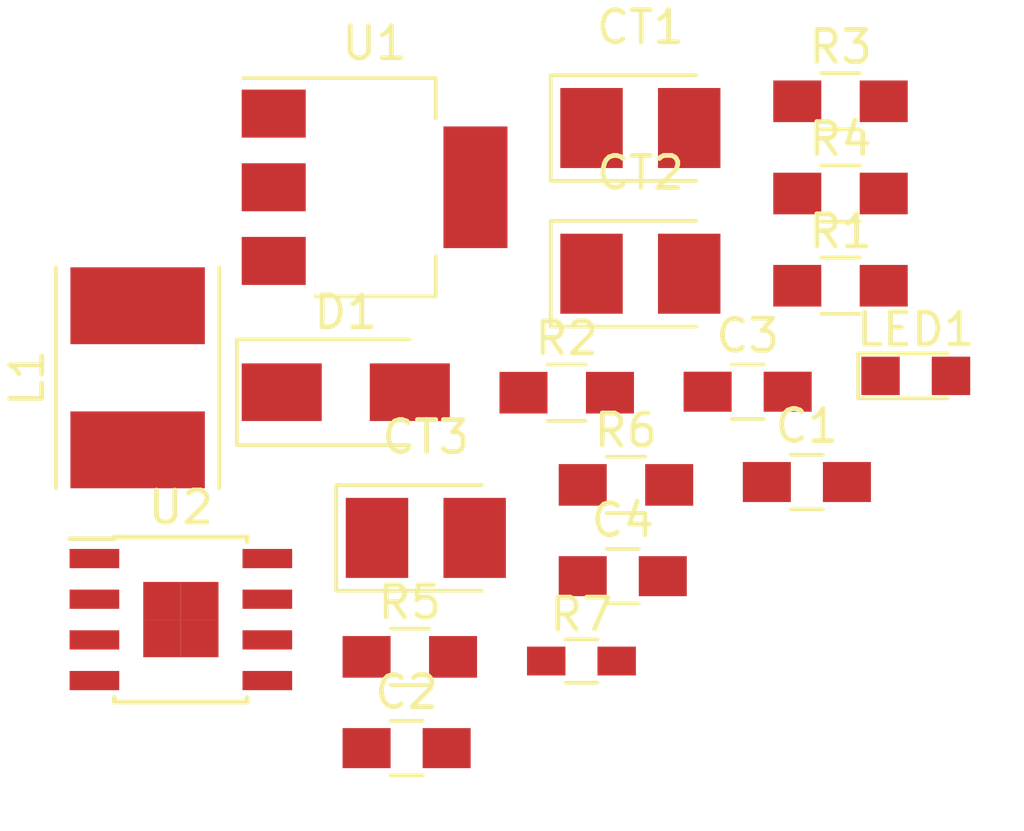
<source format=kicad_pcb>
(kicad_pcb (version 20171130) (host pcbnew 5.1.4-e60b266~84~ubuntu16.04.1)

  (general
    (thickness 1.6)
    (drawings 0)
    (tracks 0)
    (zones 0)
    (modules 19)
    (nets 13)
  )

  (page A4)
  (layers
    (0 F.Cu signal)
    (31 B.Cu signal)
    (32 B.Adhes user)
    (33 F.Adhes user)
    (34 B.Paste user)
    (35 F.Paste user)
    (36 B.SilkS user)
    (37 F.SilkS user)
    (38 B.Mask user)
    (39 F.Mask user)
    (40 Dwgs.User user)
    (41 Cmts.User user)
    (42 Eco1.User user)
    (43 Eco2.User user)
    (44 Edge.Cuts user)
    (45 Margin user)
    (46 B.CrtYd user)
    (47 F.CrtYd user)
    (48 B.Fab user)
    (49 F.Fab user)
  )

  (setup
    (last_trace_width 0.25)
    (trace_clearance 0.2)
    (zone_clearance 0.508)
    (zone_45_only no)
    (trace_min 0.2)
    (via_size 0.8)
    (via_drill 0.4)
    (via_min_size 0.4)
    (via_min_drill 0.3)
    (uvia_size 0.3)
    (uvia_drill 0.1)
    (uvias_allowed no)
    (uvia_min_size 0.2)
    (uvia_min_drill 0.1)
    (edge_width 0.05)
    (segment_width 0.2)
    (pcb_text_width 0.3)
    (pcb_text_size 1.5 1.5)
    (mod_edge_width 0.12)
    (mod_text_size 1 1)
    (mod_text_width 0.15)
    (pad_size 1.524 1.524)
    (pad_drill 0.762)
    (pad_to_mask_clearance 0.051)
    (solder_mask_min_width 0.25)
    (aux_axis_origin 0 0)
    (visible_elements FFFFFF7F)
    (pcbplotparams
      (layerselection 0x010fc_ffffffff)
      (usegerberextensions false)
      (usegerberattributes false)
      (usegerberadvancedattributes false)
      (creategerberjobfile false)
      (excludeedgelayer true)
      (linewidth 0.100000)
      (plotframeref false)
      (viasonmask false)
      (mode 1)
      (useauxorigin false)
      (hpglpennumber 1)
      (hpglpenspeed 20)
      (hpglpendiameter 15.000000)
      (psnegative false)
      (psa4output false)
      (plotreference true)
      (plotvalue true)
      (plotinvisibletext false)
      (padsonsilk false)
      (subtractmaskfromsilk false)
      (outputformat 1)
      (mirror false)
      (drillshape 1)
      (scaleselection 1)
      (outputdirectory ""))
  )

  (net 0 "")
  (net 1 5v)
  (net 2 GND)
  (net 3 3v3)
  (net 4 "Net-(C3-Pad2)")
  (net 5 "Net-(C3-Pad1)")
  (net 6 "Net-(C4-Pad2)")
  (net 7 "Net-(C4-Pad1)")
  (net 8 12v)
  (net 9 "Net-(LED1-Pad2)")
  (net 10 "Net-(R1-Pad1)")
  (net 11 "Net-(R3-Pad2)")
  (net 12 "Net-(R6-Pad2)")

  (net_class Default "This is the default net class."
    (clearance 0.2)
    (trace_width 0.25)
    (via_dia 0.8)
    (via_drill 0.4)
    (uvia_dia 0.3)
    (uvia_drill 0.1)
    (add_net 12v)
    (add_net 3v3)
    (add_net 5v)
    (add_net GND)
    (add_net "Net-(C3-Pad1)")
    (add_net "Net-(C3-Pad2)")
    (add_net "Net-(C4-Pad1)")
    (add_net "Net-(C4-Pad2)")
    (add_net "Net-(LED1-Pad2)")
    (add_net "Net-(R1-Pad1)")
    (add_net "Net-(R3-Pad2)")
    (add_net "Net-(R6-Pad2)")
  )

  (module ph_kicad_lib:C_0805_HandSoldering (layer F.Cu) (tedit 5DC4ED03) (tstamp 5F0F4926)
    (at 158.875001 76.980001)
    (descr "Capacitor SMD 0805, hand soldering")
    (tags "capacitor 0805")
    (path /5F27E73B)
    (attr smd)
    (fp_text reference C1 (at 0 -1.75) (layer F.SilkS)
      (effects (font (size 1 1) (thickness 0.15)))
    )
    (fp_text value 104 (at 0 1.75) (layer F.Fab)
      (effects (font (size 1 1) (thickness 0.15)))
    )
    (fp_text user %R (at 0 -1.75) (layer F.Fab)
      (effects (font (size 1 1) (thickness 0.15)))
    )
    (fp_line (start -1 0.62) (end -1 -0.62) (layer F.Fab) (width 0.1))
    (fp_line (start 1 0.62) (end -1 0.62) (layer F.Fab) (width 0.1))
    (fp_line (start 1 -0.62) (end 1 0.62) (layer F.Fab) (width 0.1))
    (fp_line (start -1 -0.62) (end 1 -0.62) (layer F.Fab) (width 0.1))
    (fp_line (start 0.5 -0.85) (end -0.5 -0.85) (layer F.SilkS) (width 0.12))
    (fp_line (start -0.5 0.85) (end 0.5 0.85) (layer F.SilkS) (width 0.12))
    (fp_line (start -2.25 -0.88) (end 2.25 -0.88) (layer F.CrtYd) (width 0.05))
    (fp_line (start -2.25 -0.88) (end -2.25 0.87) (layer F.CrtYd) (width 0.05))
    (fp_line (start 2.25 0.87) (end 2.25 -0.88) (layer F.CrtYd) (width 0.05))
    (fp_line (start 2.25 0.87) (end -2.25 0.87) (layer F.CrtYd) (width 0.05))
    (pad 1 smd rect (at -1.25 0) (size 1.5 1.25) (layers F.Cu F.Paste F.Mask)
      (net 1 5v))
    (pad 2 smd rect (at 1.25 0) (size 1.5 1.25) (layers F.Cu F.Paste F.Mask)
      (net 2 GND))
    (model ${PH_KICAD_LIB}/packages3d/CAP_0805.wrl
      (at (xyz 0 0 0))
      (scale (xyz 400 400 400))
      (rotate (xyz 0 0 0))
    )
  )

  (module ph_kicad_lib:C_0805_HandSoldering (layer F.Cu) (tedit 5DC4ED03) (tstamp 5F0F4937)
    (at 146.375001 85.290001)
    (descr "Capacitor SMD 0805, hand soldering")
    (tags "capacitor 0805")
    (path /5DD06D5F)
    (attr smd)
    (fp_text reference C2 (at 0 -1.75) (layer F.SilkS)
      (effects (font (size 1 1) (thickness 0.15)))
    )
    (fp_text value 104 (at 0 1.75) (layer F.Fab)
      (effects (font (size 1 1) (thickness 0.15)))
    )
    (fp_text user %R (at 0 -1.75) (layer F.Fab)
      (effects (font (size 1 1) (thickness 0.15)))
    )
    (fp_line (start -1 0.62) (end -1 -0.62) (layer F.Fab) (width 0.1))
    (fp_line (start 1 0.62) (end -1 0.62) (layer F.Fab) (width 0.1))
    (fp_line (start 1 -0.62) (end 1 0.62) (layer F.Fab) (width 0.1))
    (fp_line (start -1 -0.62) (end 1 -0.62) (layer F.Fab) (width 0.1))
    (fp_line (start 0.5 -0.85) (end -0.5 -0.85) (layer F.SilkS) (width 0.12))
    (fp_line (start -0.5 0.85) (end 0.5 0.85) (layer F.SilkS) (width 0.12))
    (fp_line (start -2.25 -0.88) (end 2.25 -0.88) (layer F.CrtYd) (width 0.05))
    (fp_line (start -2.25 -0.88) (end -2.25 0.87) (layer F.CrtYd) (width 0.05))
    (fp_line (start 2.25 0.87) (end 2.25 -0.88) (layer F.CrtYd) (width 0.05))
    (fp_line (start 2.25 0.87) (end -2.25 0.87) (layer F.CrtYd) (width 0.05))
    (pad 1 smd rect (at -1.25 0) (size 1.5 1.25) (layers F.Cu F.Paste F.Mask)
      (net 3 3v3))
    (pad 2 smd rect (at 1.25 0) (size 1.5 1.25) (layers F.Cu F.Paste F.Mask)
      (net 2 GND))
    (model ${PH_KICAD_LIB}/packages3d/CAP_0805.wrl
      (at (xyz 0 0 0))
      (scale (xyz 400 400 400))
      (rotate (xyz 0 0 0))
    )
  )

  (module ph_kicad_lib:C_0805_HandSoldering (layer F.Cu) (tedit 5DC4ED03) (tstamp 5F0F4948)
    (at 157.025001 74.160001)
    (descr "Capacitor SMD 0805, hand soldering")
    (tags "capacitor 0805")
    (path /5F1DC5F1)
    (attr smd)
    (fp_text reference C3 (at 0 -1.75) (layer F.SilkS)
      (effects (font (size 1 1) (thickness 0.15)))
    )
    (fp_text value 104 (at 0 1.75) (layer F.Fab)
      (effects (font (size 1 1) (thickness 0.15)))
    )
    (fp_line (start 2.25 0.87) (end -2.25 0.87) (layer F.CrtYd) (width 0.05))
    (fp_line (start 2.25 0.87) (end 2.25 -0.88) (layer F.CrtYd) (width 0.05))
    (fp_line (start -2.25 -0.88) (end -2.25 0.87) (layer F.CrtYd) (width 0.05))
    (fp_line (start -2.25 -0.88) (end 2.25 -0.88) (layer F.CrtYd) (width 0.05))
    (fp_line (start -0.5 0.85) (end 0.5 0.85) (layer F.SilkS) (width 0.12))
    (fp_line (start 0.5 -0.85) (end -0.5 -0.85) (layer F.SilkS) (width 0.12))
    (fp_line (start -1 -0.62) (end 1 -0.62) (layer F.Fab) (width 0.1))
    (fp_line (start 1 -0.62) (end 1 0.62) (layer F.Fab) (width 0.1))
    (fp_line (start 1 0.62) (end -1 0.62) (layer F.Fab) (width 0.1))
    (fp_line (start -1 0.62) (end -1 -0.62) (layer F.Fab) (width 0.1))
    (fp_text user %R (at 0 -1.75) (layer F.Fab)
      (effects (font (size 1 1) (thickness 0.15)))
    )
    (pad 2 smd rect (at 1.25 0) (size 1.5 1.25) (layers F.Cu F.Paste F.Mask)
      (net 4 "Net-(C3-Pad2)"))
    (pad 1 smd rect (at -1.25 0) (size 1.5 1.25) (layers F.Cu F.Paste F.Mask)
      (net 5 "Net-(C3-Pad1)"))
    (model ${PH_KICAD_LIB}/packages3d/CAP_0805.wrl
      (at (xyz 0 0 0))
      (scale (xyz 400 400 400))
      (rotate (xyz 0 0 0))
    )
  )

  (module ph_kicad_lib:C_0805_HandSoldering (layer F.Cu) (tedit 5DC4ED03) (tstamp 5F0F4959)
    (at 153.125001 79.920001)
    (descr "Capacitor SMD 0805, hand soldering")
    (tags "capacitor 0805")
    (path /5FEB9961)
    (attr smd)
    (fp_text reference C4 (at 0 -1.75) (layer F.SilkS)
      (effects (font (size 1 1) (thickness 0.15)))
    )
    (fp_text value 150pF (at 0 1.75) (layer F.Fab)
      (effects (font (size 1 1) (thickness 0.15)))
    )
    (fp_line (start 2.25 0.87) (end -2.25 0.87) (layer F.CrtYd) (width 0.05))
    (fp_line (start 2.25 0.87) (end 2.25 -0.88) (layer F.CrtYd) (width 0.05))
    (fp_line (start -2.25 -0.88) (end -2.25 0.87) (layer F.CrtYd) (width 0.05))
    (fp_line (start -2.25 -0.88) (end 2.25 -0.88) (layer F.CrtYd) (width 0.05))
    (fp_line (start -0.5 0.85) (end 0.5 0.85) (layer F.SilkS) (width 0.12))
    (fp_line (start 0.5 -0.85) (end -0.5 -0.85) (layer F.SilkS) (width 0.12))
    (fp_line (start -1 -0.62) (end 1 -0.62) (layer F.Fab) (width 0.1))
    (fp_line (start 1 -0.62) (end 1 0.62) (layer F.Fab) (width 0.1))
    (fp_line (start 1 0.62) (end -1 0.62) (layer F.Fab) (width 0.1))
    (fp_line (start -1 0.62) (end -1 -0.62) (layer F.Fab) (width 0.1))
    (fp_text user %R (at 0 -1.75) (layer F.Fab)
      (effects (font (size 1 1) (thickness 0.15)))
    )
    (pad 2 smd rect (at 1.25 0) (size 1.5 1.25) (layers F.Cu F.Paste F.Mask)
      (net 6 "Net-(C4-Pad2)"))
    (pad 1 smd rect (at -1.25 0) (size 1.5 1.25) (layers F.Cu F.Paste F.Mask)
      (net 7 "Net-(C4-Pad1)"))
    (model ${PH_KICAD_LIB}/packages3d/CAP_0805.wrl
      (at (xyz 0 0 0))
      (scale (xyz 400 400 400))
      (rotate (xyz 0 0 0))
    )
  )

  (module ph_kicad_lib:CP_Tantalum_Case-B_EIA-3528-21_Reflow (layer F.Cu) (tedit 5DCA6AD9) (tstamp 5F0F496D)
    (at 153.675001 65.925001)
    (descr "Tantalum capacitor, Case B, EIA 3528-21, 3.5x2.8x1.9mm, Reflow soldering footprint")
    (tags "capacitor tantalum smd")
    (path /5F640F77)
    (attr smd)
    (fp_text reference CT1 (at 0 -3.15) (layer F.SilkS)
      (effects (font (size 1 1) (thickness 0.15)))
    )
    (fp_text value 10uF (at 0 3.15) (layer F.Fab)
      (effects (font (size 1 1) (thickness 0.15)))
    )
    (fp_text user %R (at 0 0) (layer F.Fab)
      (effects (font (size 0.8 0.8) (thickness 0.12)))
    )
    (fp_line (start -2.85 -1.75) (end -2.85 1.75) (layer F.CrtYd) (width 0.05))
    (fp_line (start -2.85 1.75) (end 2.85 1.75) (layer F.CrtYd) (width 0.05))
    (fp_line (start 2.85 1.75) (end 2.85 -1.75) (layer F.CrtYd) (width 0.05))
    (fp_line (start 2.85 -1.75) (end -2.85 -1.75) (layer F.CrtYd) (width 0.05))
    (fp_line (start -1.75 -1.4) (end -1.75 1.4) (layer F.Fab) (width 0.1))
    (fp_line (start -1.75 1.4) (end 1.75 1.4) (layer F.Fab) (width 0.1))
    (fp_line (start 1.75 1.4) (end 1.75 -1.4) (layer F.Fab) (width 0.1))
    (fp_line (start 1.75 -1.4) (end -1.75 -1.4) (layer F.Fab) (width 0.1))
    (fp_line (start -1.4 -1.4) (end -1.4 1.4) (layer F.Fab) (width 0.1))
    (fp_line (start -1.225 -1.4) (end -1.225 1.4) (layer F.Fab) (width 0.1))
    (fp_line (start -2.8 -1.65) (end 1.75 -1.65) (layer F.SilkS) (width 0.12))
    (fp_line (start -2.8 1.65) (end 1.75 1.65) (layer F.SilkS) (width 0.12))
    (fp_line (start -2.8 -1.65) (end -2.8 1.65) (layer F.SilkS) (width 0.12))
    (pad 1 smd rect (at -1.525 0) (size 1.95 2.5) (layers F.Cu F.Paste F.Mask)
      (net 8 12v))
    (pad 2 smd rect (at 1.525 0) (size 1.95 2.5) (layers F.Cu F.Paste F.Mask)
      (net 2 GND))
    (model ${PH_KICAD_LIB}/packages3d/CAP_TANT_C3528_12.wrl
      (at (xyz 0 0 0))
      (scale (xyz 400 400 400))
      (rotate (xyz 0 0 0))
    )
  )

  (module ph_kicad_lib:CP_Tantalum_Case-B_EIA-3528-21_Reflow (layer F.Cu) (tedit 5DCA6AD9) (tstamp 5F0F4981)
    (at 153.675001 70.475001)
    (descr "Tantalum capacitor, Case B, EIA 3528-21, 3.5x2.8x1.9mm, Reflow soldering footprint")
    (tags "capacitor tantalum smd")
    (path /5DCE95CE)
    (attr smd)
    (fp_text reference CT2 (at 0 -3.15) (layer F.SilkS)
      (effects (font (size 1 1) (thickness 0.15)))
    )
    (fp_text value 10uF (at 0 3.15) (layer F.Fab)
      (effects (font (size 1 1) (thickness 0.15)))
    )
    (fp_text user %R (at 0 0) (layer F.Fab)
      (effects (font (size 0.8 0.8) (thickness 0.12)))
    )
    (fp_line (start -2.85 -1.75) (end -2.85 1.75) (layer F.CrtYd) (width 0.05))
    (fp_line (start -2.85 1.75) (end 2.85 1.75) (layer F.CrtYd) (width 0.05))
    (fp_line (start 2.85 1.75) (end 2.85 -1.75) (layer F.CrtYd) (width 0.05))
    (fp_line (start 2.85 -1.75) (end -2.85 -1.75) (layer F.CrtYd) (width 0.05))
    (fp_line (start -1.75 -1.4) (end -1.75 1.4) (layer F.Fab) (width 0.1))
    (fp_line (start -1.75 1.4) (end 1.75 1.4) (layer F.Fab) (width 0.1))
    (fp_line (start 1.75 1.4) (end 1.75 -1.4) (layer F.Fab) (width 0.1))
    (fp_line (start 1.75 -1.4) (end -1.75 -1.4) (layer F.Fab) (width 0.1))
    (fp_line (start -1.4 -1.4) (end -1.4 1.4) (layer F.Fab) (width 0.1))
    (fp_line (start -1.225 -1.4) (end -1.225 1.4) (layer F.Fab) (width 0.1))
    (fp_line (start -2.8 -1.65) (end 1.75 -1.65) (layer F.SilkS) (width 0.12))
    (fp_line (start -2.8 1.65) (end 1.75 1.65) (layer F.SilkS) (width 0.12))
    (fp_line (start -2.8 -1.65) (end -2.8 1.65) (layer F.SilkS) (width 0.12))
    (pad 1 smd rect (at -1.525 0) (size 1.95 2.5) (layers F.Cu F.Paste F.Mask)
      (net 3 3v3))
    (pad 2 smd rect (at 1.525 0) (size 1.95 2.5) (layers F.Cu F.Paste F.Mask)
      (net 2 GND))
    (model ${PH_KICAD_LIB}/packages3d/CAP_TANT_C3528_12.wrl
      (at (xyz 0 0 0))
      (scale (xyz 400 400 400))
      (rotate (xyz 0 0 0))
    )
  )

  (module ph_kicad_lib:CP_Tantalum_Case-B_EIA-3528-21_Reflow (layer F.Cu) (tedit 5DCA6AD9) (tstamp 5F0F4995)
    (at 146.975001 78.725001)
    (descr "Tantalum capacitor, Case B, EIA 3528-21, 3.5x2.8x1.9mm, Reflow soldering footprint")
    (tags "capacitor tantalum smd")
    (path /5FA8B7CB)
    (attr smd)
    (fp_text reference CT3 (at 0 -3.15) (layer F.SilkS)
      (effects (font (size 1 1) (thickness 0.15)))
    )
    (fp_text value 22uF (at 0 3.15) (layer F.Fab)
      (effects (font (size 1 1) (thickness 0.15)))
    )
    (fp_line (start -2.8 -1.65) (end -2.8 1.65) (layer F.SilkS) (width 0.12))
    (fp_line (start -2.8 1.65) (end 1.75 1.65) (layer F.SilkS) (width 0.12))
    (fp_line (start -2.8 -1.65) (end 1.75 -1.65) (layer F.SilkS) (width 0.12))
    (fp_line (start -1.225 -1.4) (end -1.225 1.4) (layer F.Fab) (width 0.1))
    (fp_line (start -1.4 -1.4) (end -1.4 1.4) (layer F.Fab) (width 0.1))
    (fp_line (start 1.75 -1.4) (end -1.75 -1.4) (layer F.Fab) (width 0.1))
    (fp_line (start 1.75 1.4) (end 1.75 -1.4) (layer F.Fab) (width 0.1))
    (fp_line (start -1.75 1.4) (end 1.75 1.4) (layer F.Fab) (width 0.1))
    (fp_line (start -1.75 -1.4) (end -1.75 1.4) (layer F.Fab) (width 0.1))
    (fp_line (start 2.85 -1.75) (end -2.85 -1.75) (layer F.CrtYd) (width 0.05))
    (fp_line (start 2.85 1.75) (end 2.85 -1.75) (layer F.CrtYd) (width 0.05))
    (fp_line (start -2.85 1.75) (end 2.85 1.75) (layer F.CrtYd) (width 0.05))
    (fp_line (start -2.85 -1.75) (end -2.85 1.75) (layer F.CrtYd) (width 0.05))
    (fp_text user %R (at 0 0) (layer F.Fab)
      (effects (font (size 0.8 0.8) (thickness 0.12)))
    )
    (pad 2 smd rect (at 1.525 0) (size 1.95 2.5) (layers F.Cu F.Paste F.Mask)
      (net 2 GND))
    (pad 1 smd rect (at -1.525 0) (size 1.95 2.5) (layers F.Cu F.Paste F.Mask)
      (net 1 5v))
    (model ${PH_KICAD_LIB}/packages3d/CAP_TANT_C3528_12.wrl
      (at (xyz 0 0 0))
      (scale (xyz 400 400 400))
      (rotate (xyz 0 0 0))
    )
  )

  (module ph_kicad_lib:D_SMA (layer F.Cu) (tedit 5DC4F3DD) (tstamp 5F0F49AD)
    (at 144.475001 74.175001)
    (descr "Diode SMA (DO-214AC)")
    (tags "Diode SMA (DO-214AC)")
    (path /5F282366)
    (attr smd)
    (fp_text reference D1 (at 0 -2.5) (layer F.SilkS)
      (effects (font (size 1 1) (thickness 0.15)))
    )
    (fp_text value SS3x_SMA (at 0 2.6) (layer F.Fab)
      (effects (font (size 1 1) (thickness 0.15)))
    )
    (fp_text user %R (at 0 -2.5) (layer F.Fab)
      (effects (font (size 1 1) (thickness 0.15)))
    )
    (fp_line (start -3.4 -1.65) (end -3.4 1.65) (layer F.SilkS) (width 0.12))
    (fp_line (start 2.3 1.5) (end -2.3 1.5) (layer F.Fab) (width 0.1))
    (fp_line (start -2.3 1.5) (end -2.3 -1.5) (layer F.Fab) (width 0.1))
    (fp_line (start 2.3 -1.5) (end 2.3 1.5) (layer F.Fab) (width 0.1))
    (fp_line (start 2.3 -1.5) (end -2.3 -1.5) (layer F.Fab) (width 0.1))
    (fp_line (start -3.5 -1.75) (end 3.5 -1.75) (layer F.CrtYd) (width 0.05))
    (fp_line (start 3.5 -1.75) (end 3.5 1.75) (layer F.CrtYd) (width 0.05))
    (fp_line (start 3.5 1.75) (end -3.5 1.75) (layer F.CrtYd) (width 0.05))
    (fp_line (start -3.5 1.75) (end -3.5 -1.75) (layer F.CrtYd) (width 0.05))
    (fp_line (start -0.64944 0.00102) (end -1.55114 0.00102) (layer F.Fab) (width 0.1))
    (fp_line (start 0.50118 0.00102) (end 1.4994 0.00102) (layer F.Fab) (width 0.1))
    (fp_line (start -0.64944 -0.79908) (end -0.64944 0.80112) (layer F.Fab) (width 0.1))
    (fp_line (start 0.50118 0.75032) (end 0.50118 -0.79908) (layer F.Fab) (width 0.1))
    (fp_line (start -0.64944 0.00102) (end 0.50118 0.75032) (layer F.Fab) (width 0.1))
    (fp_line (start -0.64944 0.00102) (end 0.50118 -0.79908) (layer F.Fab) (width 0.1))
    (fp_line (start -3.4 1.65) (end 2 1.65) (layer F.SilkS) (width 0.12))
    (fp_line (start -3.4 -1.65) (end 2 -1.65) (layer F.SilkS) (width 0.12))
    (pad 1 smd rect (at -2 0) (size 2.5 1.8) (layers F.Cu F.Paste F.Mask)
      (net 4 "Net-(C3-Pad2)"))
    (pad 2 smd rect (at 2 0) (size 2.5 1.8) (layers F.Cu F.Paste F.Mask)
      (net 2 GND))
    (model ${PH_KICAD_LIB}/packages3d/DIODE_SMA.wrl
      (offset (xyz 0 0 1))
      (scale (xyz 400 400 400))
      (rotate (xyz 0 0 -90))
    )
  )

  (module ph_kicad_lib:LED_0805 (layer F.Cu) (tedit 5DC4F299) (tstamp 5F0F49D9)
    (at 162.275001 73.665001)
    (descr "LED 0805 smd package")
    (tags "LED led 0805 SMD smd SMT smt smdled SMDLED smtled SMTLED")
    (path /5DD6E4F3)
    (attr smd)
    (fp_text reference LED1 (at 0 -1.45) (layer F.SilkS)
      (effects (font (size 1 1) (thickness 0.15)))
    )
    (fp_text value LED0805 (at 0 1.55) (layer F.Fab)
      (effects (font (size 1 1) (thickness 0.15)))
    )
    (fp_text user %R (at 0 -1.25) (layer F.Fab)
      (effects (font (size 0.4 0.4) (thickness 0.1)))
    )
    (fp_line (start -1.95 -0.85) (end 1.95 -0.85) (layer F.CrtYd) (width 0.05))
    (fp_line (start -1.95 0.85) (end -1.95 -0.85) (layer F.CrtYd) (width 0.05))
    (fp_line (start 1.95 0.85) (end -1.95 0.85) (layer F.CrtYd) (width 0.05))
    (fp_line (start 1.95 -0.85) (end 1.95 0.85) (layer F.CrtYd) (width 0.05))
    (fp_line (start -1.8 -0.7) (end 1 -0.7) (layer F.SilkS) (width 0.12))
    (fp_line (start -1.8 0.7) (end 1 0.7) (layer F.SilkS) (width 0.12))
    (fp_line (start -1 0.6) (end -1 -0.6) (layer F.Fab) (width 0.1))
    (fp_line (start -1 -0.6) (end 1 -0.6) (layer F.Fab) (width 0.1))
    (fp_line (start 1 -0.6) (end 1 0.6) (layer F.Fab) (width 0.1))
    (fp_line (start 1 0.6) (end -1 0.6) (layer F.Fab) (width 0.1))
    (fp_line (start 0.2 -0.4) (end 0.2 0.4) (layer F.Fab) (width 0.1))
    (fp_line (start 0.2 0.4) (end -0.4 0) (layer F.Fab) (width 0.1))
    (fp_line (start -0.4 0) (end 0.2 -0.4) (layer F.Fab) (width 0.1))
    (fp_line (start -0.4 -0.4) (end -0.4 0.4) (layer F.Fab) (width 0.1))
    (fp_line (start -1.8 -0.7) (end -1.8 0.7) (layer F.SilkS) (width 0.12))
    (pad 1 smd rect (at -1.1 0 180) (size 1.2 1.2) (layers F.Cu F.Paste F.Mask)
      (net 2 GND))
    (pad 2 smd rect (at 1.1 0 180) (size 1.2 1.2) (layers F.Cu F.Paste F.Mask)
      (net 9 "Net-(LED1-Pad2)"))
    (model ${PH_KICAD_LIB}/packages3d/LED_0805.wrl
      (at (xyz 0 0 0))
      (scale (xyz 400 400 400))
      (rotate (xyz -90 0 180))
    )
  )

  (module ph_kicad_lib:R_0805_HandSoldering (layer F.Cu) (tedit 5DC4EB3F) (tstamp 5F0F49EA)
    (at 159.925001 70.850001)
    (descr "Resistor SMD 0805, hand soldering")
    (tags "resistor 0805")
    (path /5F351539)
    (attr smd)
    (fp_text reference R1 (at 0 -1.7) (layer F.SilkS)
      (effects (font (size 1 1) (thickness 0.15)))
    )
    (fp_text value 100K (at 0 1.75) (layer F.Fab)
      (effects (font (size 1 1) (thickness 0.15)))
    )
    (fp_line (start 2.35 0.9) (end -2.35 0.9) (layer F.CrtYd) (width 0.05))
    (fp_line (start 2.35 0.9) (end 2.35 -0.9) (layer F.CrtYd) (width 0.05))
    (fp_line (start -2.35 -0.9) (end -2.35 0.9) (layer F.CrtYd) (width 0.05))
    (fp_line (start -2.35 -0.9) (end 2.35 -0.9) (layer F.CrtYd) (width 0.05))
    (fp_line (start -0.6 -0.88) (end 0.6 -0.88) (layer F.SilkS) (width 0.12))
    (fp_line (start 0.6 0.88) (end -0.6 0.88) (layer F.SilkS) (width 0.12))
    (fp_line (start -1 -0.62) (end 1 -0.62) (layer F.Fab) (width 0.1))
    (fp_line (start 1 -0.62) (end 1 0.62) (layer F.Fab) (width 0.1))
    (fp_line (start 1 0.62) (end -1 0.62) (layer F.Fab) (width 0.1))
    (fp_line (start -1 0.62) (end -1 -0.62) (layer F.Fab) (width 0.1))
    (fp_text user %R (at 0 0) (layer F.Fab)
      (effects (font (size 0.5 0.5) (thickness 0.075)))
    )
    (pad 2 smd rect (at 1.35 0) (size 1.5 1.3) (layers F.Cu F.Paste F.Mask)
      (net 8 12v))
    (pad 1 smd rect (at -1.35 0) (size 1.5 1.3) (layers F.Cu F.Paste F.Mask)
      (net 10 "Net-(R1-Pad1)"))
    (model ${PH_KICAD_LIB}/packages3d/RES_0805.wrl
      (at (xyz 0 0 0))
      (scale (xyz 400 400 400))
      (rotate (xyz 0 0 0))
    )
  )

  (module ph_kicad_lib:R_0805_HandSoldering (layer F.Cu) (tedit 5DC4EB3F) (tstamp 5F0F49FB)
    (at 151.375001 74.190001)
    (descr "Resistor SMD 0805, hand soldering")
    (tags "resistor 0805")
    (path /5F6DC7AA)
    (attr smd)
    (fp_text reference R2 (at 0 -1.7) (layer F.SilkS)
      (effects (font (size 1 1) (thickness 0.15)))
    )
    (fp_text value 24.9K (at 0 1.75) (layer F.Fab)
      (effects (font (size 1 1) (thickness 0.15)))
    )
    (fp_line (start 2.35 0.9) (end -2.35 0.9) (layer F.CrtYd) (width 0.05))
    (fp_line (start 2.35 0.9) (end 2.35 -0.9) (layer F.CrtYd) (width 0.05))
    (fp_line (start -2.35 -0.9) (end -2.35 0.9) (layer F.CrtYd) (width 0.05))
    (fp_line (start -2.35 -0.9) (end 2.35 -0.9) (layer F.CrtYd) (width 0.05))
    (fp_line (start -0.6 -0.88) (end 0.6 -0.88) (layer F.SilkS) (width 0.12))
    (fp_line (start 0.6 0.88) (end -0.6 0.88) (layer F.SilkS) (width 0.12))
    (fp_line (start -1 -0.62) (end 1 -0.62) (layer F.Fab) (width 0.1))
    (fp_line (start 1 -0.62) (end 1 0.62) (layer F.Fab) (width 0.1))
    (fp_line (start 1 0.62) (end -1 0.62) (layer F.Fab) (width 0.1))
    (fp_line (start -1 0.62) (end -1 -0.62) (layer F.Fab) (width 0.1))
    (fp_text user %R (at 0 0) (layer F.Fab)
      (effects (font (size 0.5 0.5) (thickness 0.075)))
    )
    (pad 2 smd rect (at 1.35 0) (size 1.5 1.3) (layers F.Cu F.Paste F.Mask)
      (net 10 "Net-(R1-Pad1)"))
    (pad 1 smd rect (at -1.35 0) (size 1.5 1.3) (layers F.Cu F.Paste F.Mask)
      (net 2 GND))
    (model ${PH_KICAD_LIB}/packages3d/RES_0805.wrl
      (at (xyz 0 0 0))
      (scale (xyz 400 400 400))
      (rotate (xyz 0 0 0))
    )
  )

  (module ph_kicad_lib:R_0805_HandSoldering (layer F.Cu) (tedit 5DC4EB3F) (tstamp 5F0F4A0C)
    (at 159.925001 65.090001)
    (descr "Resistor SMD 0805, hand soldering")
    (tags "resistor 0805")
    (path /5F7C3B52)
    (attr smd)
    (fp_text reference R3 (at 0 -1.7) (layer F.SilkS)
      (effects (font (size 1 1) (thickness 0.15)))
    )
    (fp_text value 62K (at 0 1.75) (layer F.Fab)
      (effects (font (size 1 1) (thickness 0.15)))
    )
    (fp_text user %R (at 0 0) (layer F.Fab)
      (effects (font (size 0.5 0.5) (thickness 0.075)))
    )
    (fp_line (start -1 0.62) (end -1 -0.62) (layer F.Fab) (width 0.1))
    (fp_line (start 1 0.62) (end -1 0.62) (layer F.Fab) (width 0.1))
    (fp_line (start 1 -0.62) (end 1 0.62) (layer F.Fab) (width 0.1))
    (fp_line (start -1 -0.62) (end 1 -0.62) (layer F.Fab) (width 0.1))
    (fp_line (start 0.6 0.88) (end -0.6 0.88) (layer F.SilkS) (width 0.12))
    (fp_line (start -0.6 -0.88) (end 0.6 -0.88) (layer F.SilkS) (width 0.12))
    (fp_line (start -2.35 -0.9) (end 2.35 -0.9) (layer F.CrtYd) (width 0.05))
    (fp_line (start -2.35 -0.9) (end -2.35 0.9) (layer F.CrtYd) (width 0.05))
    (fp_line (start 2.35 0.9) (end 2.35 -0.9) (layer F.CrtYd) (width 0.05))
    (fp_line (start 2.35 0.9) (end -2.35 0.9) (layer F.CrtYd) (width 0.05))
    (pad 1 smd rect (at -1.35 0) (size 1.5 1.3) (layers F.Cu F.Paste F.Mask)
      (net 2 GND))
    (pad 2 smd rect (at 1.35 0) (size 1.5 1.3) (layers F.Cu F.Paste F.Mask)
      (net 11 "Net-(R3-Pad2)"))
    (model ${PH_KICAD_LIB}/packages3d/RES_0805.wrl
      (at (xyz 0 0 0))
      (scale (xyz 400 400 400))
      (rotate (xyz 0 0 0))
    )
  )

  (module ph_kicad_lib:R_0805_HandSoldering (layer F.Cu) (tedit 5DC4EB3F) (tstamp 5F0F4A1D)
    (at 159.925001 67.970001)
    (descr "Resistor SMD 0805, hand soldering")
    (tags "resistor 0805")
    (path /5FF0E5EA)
    (attr smd)
    (fp_text reference R4 (at 0 -1.7) (layer F.SilkS)
      (effects (font (size 1 1) (thickness 0.15)))
    )
    (fp_text value 100K (at 0 1.75) (layer F.Fab)
      (effects (font (size 1 1) (thickness 0.15)))
    )
    (fp_text user %R (at 0 0) (layer F.Fab)
      (effects (font (size 0.5 0.5) (thickness 0.075)))
    )
    (fp_line (start -1 0.62) (end -1 -0.62) (layer F.Fab) (width 0.1))
    (fp_line (start 1 0.62) (end -1 0.62) (layer F.Fab) (width 0.1))
    (fp_line (start 1 -0.62) (end 1 0.62) (layer F.Fab) (width 0.1))
    (fp_line (start -1 -0.62) (end 1 -0.62) (layer F.Fab) (width 0.1))
    (fp_line (start 0.6 0.88) (end -0.6 0.88) (layer F.SilkS) (width 0.12))
    (fp_line (start -0.6 -0.88) (end 0.6 -0.88) (layer F.SilkS) (width 0.12))
    (fp_line (start -2.35 -0.9) (end 2.35 -0.9) (layer F.CrtYd) (width 0.05))
    (fp_line (start -2.35 -0.9) (end -2.35 0.9) (layer F.CrtYd) (width 0.05))
    (fp_line (start 2.35 0.9) (end 2.35 -0.9) (layer F.CrtYd) (width 0.05))
    (fp_line (start 2.35 0.9) (end -2.35 0.9) (layer F.CrtYd) (width 0.05))
    (pad 1 smd rect (at -1.35 0) (size 1.5 1.3) (layers F.Cu F.Paste F.Mask)
      (net 6 "Net-(C4-Pad2)"))
    (pad 2 smd rect (at 1.35 0) (size 1.5 1.3) (layers F.Cu F.Paste F.Mask)
      (net 2 GND))
    (model ${PH_KICAD_LIB}/packages3d/RES_0805.wrl
      (at (xyz 0 0 0))
      (scale (xyz 400 400 400))
      (rotate (xyz 0 0 0))
    )
  )

  (module ph_kicad_lib:R_0805_HandSoldering (layer F.Cu) (tedit 5DC4EB3F) (tstamp 5F0F4A2E)
    (at 146.475001 82.440001)
    (descr "Resistor SMD 0805, hand soldering")
    (tags "resistor 0805")
    (path /5DD70488)
    (attr smd)
    (fp_text reference R5 (at 0 -1.7) (layer F.SilkS)
      (effects (font (size 1 1) (thickness 0.15)))
    )
    (fp_text value 1K (at 0 1.75) (layer F.Fab)
      (effects (font (size 1 1) (thickness 0.15)))
    )
    (fp_text user %R (at 0 0) (layer F.Fab)
      (effects (font (size 0.5 0.5) (thickness 0.075)))
    )
    (fp_line (start -1 0.62) (end -1 -0.62) (layer F.Fab) (width 0.1))
    (fp_line (start 1 0.62) (end -1 0.62) (layer F.Fab) (width 0.1))
    (fp_line (start 1 -0.62) (end 1 0.62) (layer F.Fab) (width 0.1))
    (fp_line (start -1 -0.62) (end 1 -0.62) (layer F.Fab) (width 0.1))
    (fp_line (start 0.6 0.88) (end -0.6 0.88) (layer F.SilkS) (width 0.12))
    (fp_line (start -0.6 -0.88) (end 0.6 -0.88) (layer F.SilkS) (width 0.12))
    (fp_line (start -2.35 -0.9) (end 2.35 -0.9) (layer F.CrtYd) (width 0.05))
    (fp_line (start -2.35 -0.9) (end -2.35 0.9) (layer F.CrtYd) (width 0.05))
    (fp_line (start 2.35 0.9) (end 2.35 -0.9) (layer F.CrtYd) (width 0.05))
    (fp_line (start 2.35 0.9) (end -2.35 0.9) (layer F.CrtYd) (width 0.05))
    (pad 1 smd rect (at -1.35 0) (size 1.5 1.3) (layers F.Cu F.Paste F.Mask)
      (net 3 3v3))
    (pad 2 smd rect (at 1.35 0) (size 1.5 1.3) (layers F.Cu F.Paste F.Mask)
      (net 9 "Net-(LED1-Pad2)"))
    (model ${PH_KICAD_LIB}/packages3d/RES_0805.wrl
      (at (xyz 0 0 0))
      (scale (xyz 400 400 400))
      (rotate (xyz 0 0 0))
    )
  )

  (module ph_kicad_lib:R_0805_HandSoldering (layer F.Cu) (tedit 5DC4EB3F) (tstamp 5F0F4A3F)
    (at 153.225001 77.070001)
    (descr "Resistor SMD 0805, hand soldering")
    (tags "resistor 0805")
    (path /5FC22470)
    (attr smd)
    (fp_text reference R6 (at 0 -1.7) (layer F.SilkS)
      (effects (font (size 1 1) (thickness 0.15)))
    )
    (fp_text value 210K (at 0 1.75) (layer F.Fab)
      (effects (font (size 1 1) (thickness 0.15)))
    )
    (fp_line (start 2.35 0.9) (end -2.35 0.9) (layer F.CrtYd) (width 0.05))
    (fp_line (start 2.35 0.9) (end 2.35 -0.9) (layer F.CrtYd) (width 0.05))
    (fp_line (start -2.35 -0.9) (end -2.35 0.9) (layer F.CrtYd) (width 0.05))
    (fp_line (start -2.35 -0.9) (end 2.35 -0.9) (layer F.CrtYd) (width 0.05))
    (fp_line (start -0.6 -0.88) (end 0.6 -0.88) (layer F.SilkS) (width 0.12))
    (fp_line (start 0.6 0.88) (end -0.6 0.88) (layer F.SilkS) (width 0.12))
    (fp_line (start -1 -0.62) (end 1 -0.62) (layer F.Fab) (width 0.1))
    (fp_line (start 1 -0.62) (end 1 0.62) (layer F.Fab) (width 0.1))
    (fp_line (start 1 0.62) (end -1 0.62) (layer F.Fab) (width 0.1))
    (fp_line (start -1 0.62) (end -1 -0.62) (layer F.Fab) (width 0.1))
    (fp_text user %R (at 0 0) (layer F.Fab)
      (effects (font (size 0.5 0.5) (thickness 0.075)))
    )
    (pad 2 smd rect (at 1.35 0) (size 1.5 1.3) (layers F.Cu F.Paste F.Mask)
      (net 12 "Net-(R6-Pad2)"))
    (pad 1 smd rect (at -1.35 0) (size 1.5 1.3) (layers F.Cu F.Paste F.Mask)
      (net 1 5v))
    (model ${PH_KICAD_LIB}/packages3d/RES_0805.wrl
      (at (xyz 0 0 0))
      (scale (xyz 400 400 400))
      (rotate (xyz 0 0 0))
    )
  )

  (module ph_kicad_lib:R_0603_HandSoldering (layer F.Cu) (tedit 5DC4EAA4) (tstamp 5F0F4A50)
    (at 151.835001 82.570001)
    (descr "Resistor SMD 0603, hand soldering")
    (tags "resistor 0603")
    (path /5FD6CEED)
    (attr smd)
    (fp_text reference R7 (at 0 -1.45) (layer F.SilkS)
      (effects (font (size 1 1) (thickness 0.15)))
    )
    (fp_text value 40.2K (at 0 1.55) (layer F.Fab)
      (effects (font (size 1 1) (thickness 0.15)))
    )
    (fp_line (start 1.95 0.7) (end -1.96 0.7) (layer F.CrtYd) (width 0.05))
    (fp_line (start 1.95 0.7) (end 1.95 -0.7) (layer F.CrtYd) (width 0.05))
    (fp_line (start -1.96 -0.7) (end -1.96 0.7) (layer F.CrtYd) (width 0.05))
    (fp_line (start -1.96 -0.7) (end 1.95 -0.7) (layer F.CrtYd) (width 0.05))
    (fp_line (start -0.5 -0.68) (end 0.5 -0.68) (layer F.SilkS) (width 0.12))
    (fp_line (start 0.5 0.68) (end -0.5 0.68) (layer F.SilkS) (width 0.12))
    (fp_line (start -0.8 -0.4) (end 0.8 -0.4) (layer F.Fab) (width 0.1))
    (fp_line (start 0.8 -0.4) (end 0.8 0.4) (layer F.Fab) (width 0.1))
    (fp_line (start 0.8 0.4) (end -0.8 0.4) (layer F.Fab) (width 0.1))
    (fp_line (start -0.8 0.4) (end -0.8 -0.4) (layer F.Fab) (width 0.1))
    (fp_text user %R (at 0 0) (layer F.Fab)
      (effects (font (size 0.4 0.4) (thickness 0.075)))
    )
    (pad 2 smd rect (at 1.1 0) (size 1.2 0.9) (layers F.Cu F.Paste F.Mask)
      (net 2 GND))
    (pad 1 smd rect (at -1.1 0) (size 1.2 0.9) (layers F.Cu F.Paste F.Mask)
      (net 12 "Net-(R6-Pad2)"))
    (model ${PH_KICAD_LIB}/packages3d/RES_0603.wrl
      (offset (xyz 0 0.4 0))
      (scale (xyz 400 400 400))
      (rotate (xyz -90 0 0))
    )
  )

  (module ph_kicad_lib:SOT-223 (layer F.Cu) (tedit 5EB4C7E3) (tstamp 5F0F4A7F)
    (at 145.375001 67.775001)
    (descr "module CMS SOT223 4 pins")
    (tags "CMS SOT")
    (path /5DDFFBA5)
    (attr smd)
    (fp_text reference U1 (at 0 -4.5) (layer F.SilkS)
      (effects (font (size 1 1) (thickness 0.15)))
    )
    (fp_text value ASM1117-3V3 (at 0 4.5) (layer F.Fab)
      (effects (font (size 1 1) (thickness 0.15)))
    )
    (fp_line (start -1.85 -2.3) (end -0.8 -3.35) (layer F.Fab) (width 0.1))
    (fp_line (start 1.91 3.41) (end 1.91 2.15) (layer F.SilkS) (width 0.12))
    (fp_line (start 1.91 -3.41) (end 1.91 -2.15) (layer F.SilkS) (width 0.12))
    (fp_line (start 4.4 -3.6) (end -4.4 -3.6) (layer F.CrtYd) (width 0.05))
    (fp_line (start 4.4 3.6) (end 4.4 -3.6) (layer F.CrtYd) (width 0.05))
    (fp_line (start -4.4 3.6) (end 4.4 3.6) (layer F.CrtYd) (width 0.05))
    (fp_line (start -4.4 -3.6) (end -4.4 3.6) (layer F.CrtYd) (width 0.05))
    (fp_line (start -1.85 -2.3) (end -1.85 3.35) (layer F.Fab) (width 0.1))
    (fp_line (start -1.85 3.41) (end 1.91 3.41) (layer F.SilkS) (width 0.12))
    (fp_line (start -0.8 -3.35) (end 1.85 -3.35) (layer F.Fab) (width 0.1))
    (fp_line (start -4.1 -3.41) (end 1.91 -3.41) (layer F.SilkS) (width 0.12))
    (fp_line (start -1.85 3.35) (end 1.85 3.35) (layer F.Fab) (width 0.1))
    (fp_line (start 1.85 -3.35) (end 1.85 3.35) (layer F.Fab) (width 0.1))
    (pad 4 smd rect (at 3.15 0) (size 2 3.8) (layers F.Cu F.Paste F.Mask)
      (net 3 3v3))
    (pad 2 smd rect (at -3.15 0) (size 2 1.5) (layers F.Cu F.Paste F.Mask)
      (net 3 3v3))
    (pad 3 smd rect (at -3.15 2.3) (size 2 1.5) (layers F.Cu F.Paste F.Mask)
      (net 1 5v))
    (pad 1 smd rect (at -3.15 -2.3) (size 2 1.5) (layers F.Cu F.Paste F.Mask)
      (net 2 GND))
    (model ${PH_KICAD_LIB}/packages3d/SOT-223.wrl
      (offset (xyz 0 0 1))
      (scale (xyz 400 400 400))
      (rotate (xyz -90 0 -90))
    )
  )

  (module ph_kicad_lib:SOIC-8-1EP_3.9x4.9mm_Pitch1.27mm (layer F.Cu) (tedit 5DC4FDD4) (tstamp 5F0F4AA0)
    (at 139.325001 81.275001)
    (descr "8-Lead Thermally Enhanced Plastic Small Outline (SE) - Narrow, 3.90 mm Body [SOIC] (see Microchip Packaging Specification 00000049BS.pdf)")
    (tags "SOIC 1.27")
    (path /5F010186)
    (attr smd)
    (fp_text reference U2 (at 0 -3.5) (layer F.SilkS)
      (effects (font (size 1 1) (thickness 0.15)))
    )
    (fp_text value MP1584 (at 0 3.5) (layer F.Fab)
      (effects (font (size 1 1) (thickness 0.15)))
    )
    (fp_text user %R (at 0 0) (layer F.Fab)
      (effects (font (size 0.9 0.9) (thickness 0.135)))
    )
    (fp_line (start -0.95 -2.45) (end 1.95 -2.45) (layer F.Fab) (width 0.15))
    (fp_line (start 1.95 -2.45) (end 1.95 2.45) (layer F.Fab) (width 0.15))
    (fp_line (start 1.95 2.45) (end -1.95 2.45) (layer F.Fab) (width 0.15))
    (fp_line (start -1.95 2.45) (end -1.95 -1.45) (layer F.Fab) (width 0.15))
    (fp_line (start -1.95 -1.45) (end -0.95 -2.45) (layer F.Fab) (width 0.15))
    (fp_line (start -3.75 -2.75) (end -3.75 2.75) (layer F.CrtYd) (width 0.05))
    (fp_line (start 3.75 -2.75) (end 3.75 2.75) (layer F.CrtYd) (width 0.05))
    (fp_line (start -3.75 -2.75) (end 3.75 -2.75) (layer F.CrtYd) (width 0.05))
    (fp_line (start -3.75 2.75) (end 3.75 2.75) (layer F.CrtYd) (width 0.05))
    (fp_line (start -2.075 -2.575) (end -2.075 -2.525) (layer F.SilkS) (width 0.15))
    (fp_line (start 2.075 -2.575) (end 2.075 -2.43) (layer F.SilkS) (width 0.15))
    (fp_line (start 2.075 2.575) (end 2.075 2.43) (layer F.SilkS) (width 0.15))
    (fp_line (start -2.075 2.575) (end -2.075 2.43) (layer F.SilkS) (width 0.15))
    (fp_line (start -2.075 -2.575) (end 2.075 -2.575) (layer F.SilkS) (width 0.15))
    (fp_line (start -2.075 2.575) (end 2.075 2.575) (layer F.SilkS) (width 0.15))
    (fp_line (start -2.075 -2.525) (end -3.475 -2.525) (layer F.SilkS) (width 0.15))
    (pad 1 smd rect (at -2.7 -1.905) (size 1.55 0.6) (layers F.Cu F.Paste F.Mask)
      (net 4 "Net-(C3-Pad2)"))
    (pad 2 smd rect (at -2.7 -0.635) (size 1.55 0.6) (layers F.Cu F.Paste F.Mask)
      (net 10 "Net-(R1-Pad1)"))
    (pad 3 smd rect (at -2.7 0.635) (size 1.55 0.6) (layers F.Cu F.Paste F.Mask)
      (net 7 "Net-(C4-Pad1)"))
    (pad 4 smd rect (at -2.7 1.905) (size 1.55 0.6) (layers F.Cu F.Paste F.Mask)
      (net 12 "Net-(R6-Pad2)"))
    (pad 5 smd rect (at 2.7 1.905) (size 1.55 0.6) (layers F.Cu F.Paste F.Mask)
      (net 2 GND))
    (pad 6 smd rect (at 2.7 0.635) (size 1.55 0.6) (layers F.Cu F.Paste F.Mask)
      (net 11 "Net-(R3-Pad2)"))
    (pad 7 smd rect (at 2.7 -0.635) (size 1.55 0.6) (layers F.Cu F.Paste F.Mask)
      (net 8 12v))
    (pad 8 smd rect (at 2.7 -1.905) (size 1.55 0.6) (layers F.Cu F.Paste F.Mask)
      (net 5 "Net-(C3-Pad1)"))
    (pad 9 smd rect (at 0.5875 0.5875) (size 1.175 1.175) (layers F.Cu F.Paste F.Mask)
      (solder_paste_margin_ratio -0.2))
    (pad 9 smd rect (at 0.5875 -0.5875) (size 1.175 1.175) (layers F.Cu F.Paste F.Mask)
      (solder_paste_margin_ratio -0.2))
    (pad 9 smd rect (at -0.5875 0.5875) (size 1.175 1.175) (layers F.Cu F.Paste F.Mask)
      (solder_paste_margin_ratio -0.2))
    (pad 9 smd rect (at -0.5875 -0.5875) (size 1.175 1.175) (layers F.Cu F.Paste F.Mask)
      (solder_paste_margin_ratio -0.2))
    (model ${PH_KICAD_LIB}/packages3d/SOIC-8.wrl
      (at (xyz 0 0 0))
      (scale (xyz 400 400 400))
      (rotate (xyz 0 0 0))
    )
  )

  (module ph_kicad_lib:L_5D28_HandSoldering (layer F.Cu) (tedit 5DC8C888) (tstamp 5F0FBFA5)
    (at 137.975 73.725 90)
    (descr "Inductor, 5D28 SMD 5.8x5.2x3.2")
    (tags "Inductor, 5D28 SMD 5.8x5.2x3.2")
    (path /5F28B1DA)
    (attr smd)
    (fp_text reference L1 (at 0 -3.45 90) (layer F.SilkS)
      (effects (font (size 1 1) (thickness 0.15)))
    )
    (fp_text value L (at 0 3.95 90) (layer F.Fab)
      (effects (font (size 1 1) (thickness 0.15)))
    )
    (fp_text user %R (at 0 0 90) (layer F.Fab)
      (effects (font (size 1 1) (thickness 0.15)))
    )
    (fp_line (start -2.45 0) (end -2.45 -1.65) (layer F.Fab) (width 0.1))
    (fp_line (start -2.45 -1.65) (end -1.65 -2.45) (layer F.Fab) (width 0.1))
    (fp_line (start -1.65 -2.45) (end 0 -2.45) (layer F.Fab) (width 0.1))
    (fp_line (start 2.45 0) (end 2.45 -1.65) (layer F.Fab) (width 0.1))
    (fp_line (start 2.45 -1.65) (end 1.65 -2.45) (layer F.Fab) (width 0.1))
    (fp_line (start 1.65 -2.45) (end 0 -2.45) (layer F.Fab) (width 0.1))
    (fp_line (start 2.45 0) (end 2.45 1.65) (layer F.Fab) (width 0.1))
    (fp_line (start 2.45 1.65) (end 1.65 2.45) (layer F.Fab) (width 0.1))
    (fp_line (start 1.65 2.45) (end 0 2.45) (layer F.Fab) (width 0.1))
    (fp_line (start -2.45 0) (end -2.45 1.65) (layer F.Fab) (width 0.1))
    (fp_line (start -2.45 1.65) (end -1.65 2.45) (layer F.Fab) (width 0.1))
    (fp_line (start -1.65 2.45) (end 0 2.45) (layer F.Fab) (width 0.1))
    (fp_line (start -3.45 -2.55) (end 3.45 -2.55) (layer F.SilkS) (width 0.12))
    (fp_line (start -3.45 2.55) (end 3.45 2.55) (layer F.SilkS) (width 0.12))
    (fp_line (start -3.75 -2.75) (end -3.75 2.75) (layer F.CrtYd) (width 0.05))
    (fp_line (start -3.75 2.75) (end 3.75 2.75) (layer F.CrtYd) (width 0.05))
    (fp_line (start 3.75 2.75) (end 3.75 -2.75) (layer F.CrtYd) (width 0.05))
    (fp_line (start 3.75 -2.75) (end -3.75 -2.75) (layer F.CrtYd) (width 0.05))
    (pad 1 smd rect (at -2.25 0 90) (size 2.4 4.2) (layers F.Cu F.Paste F.Mask)
      (net 4 "Net-(C3-Pad2)"))
    (pad 2 smd rect (at 2.25 0 90) (size 2.4 4.2) (layers F.Cu F.Paste F.Mask)
      (net 1 5v))
    (model ${PH_KICAD_LIB}/packages3d/L_CDRH5D28R_H125.wrl
      (at (xyz 0 0 0))
      (scale (xyz 400 400 400))
      (rotate (xyz -90 0 90))
    )
  )

)

</source>
